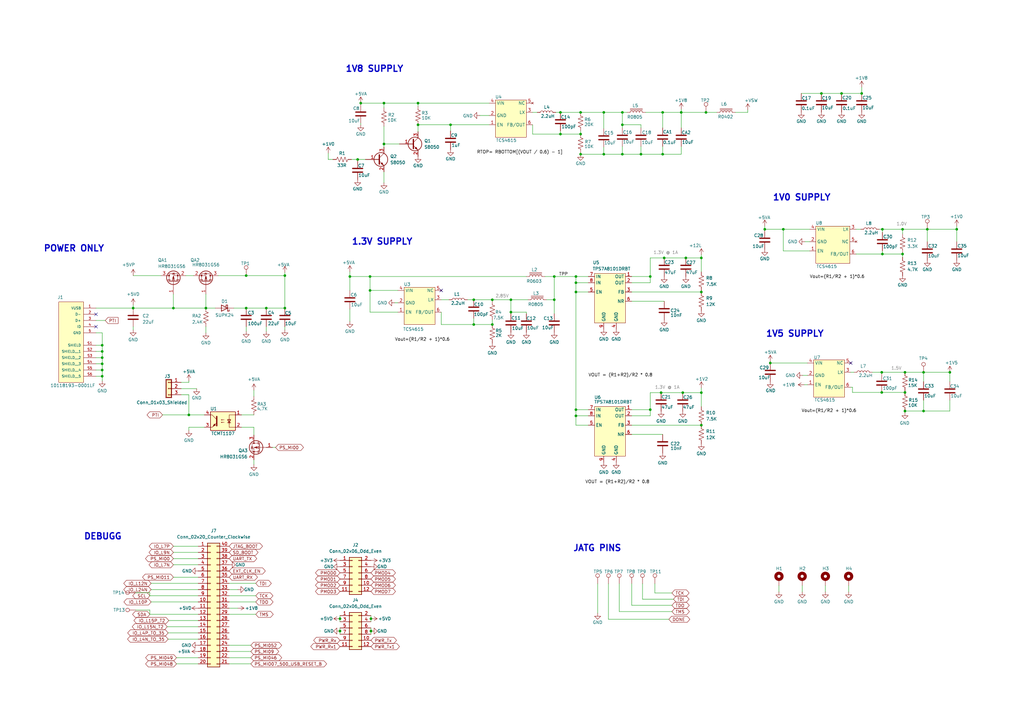
<source format=kicad_sch>
(kicad_sch (version 20231120) (generator "eeschema") (generator_version "8.0")
  (paper "A3")
  (junction (at 171.45 51.181))
  (junction (at 171.45 42.291))
  (junction (at 201.93 122.936))
  (junction (at 279.4 46.101))
  (junction (at 378.7902 152.7048))
  (junction (at 371.1702 152.7048))
  (junction (at 116.84 113.03))
  (junction (at 287.655 119.761))
  (junction (at 313.6646 94.0308))
  (junction (at 378.7902 168.5798))
  (junction (at 255.27 46.101))
  (junction (at 229.87 54.991))
  (junction (at 361.9246 104.1908))
  (junction (at 236.22 113.411))
  (junction (at 247.65 46.101))
  (junction (at 41.91 154.305))
  (junction (at 361.9246 94.0308))
  (junction (at 147.955 42.291))
  (junction (at 236.22 119.761))
  (junction (at 370.1796 104.1908))
  (junction (at 201.93 133.096))
  (junction (at 151.765 113.411))
  (junction (at 54.61 126.365))
  (junction (at 227.33 113.411))
  (junction (at 157.48 59.055))
  (junction (at 77.47 170.18))
  (junction (at 41.91 146.685))
  (junction (at 152.146 258.826))
  (junction (at 315.9252 148.8948))
  (junction (at 238.125 46.101))
  (junction (at 238.125 54.991))
  (junction (at 287.655 105.791))
  (junction (at 361.6452 152.7048))
  (junction (at 287.655 174.371))
  (junction (at 272.415 105.791))
  (junction (at 371.1702 160.9598))
  (junction (at 380.3396 94.0308))
  (junction (at 236.22 170.561))
  (junction (at 116.84 126.365))
  (junction (at 209.55 128.016))
  (junction (at 287.655 161.036))
  (junction (at 109.22 126.365))
  (junction (at 392.4046 94.0308))
  (junction (at 100.965 113.03))
  (junction (at 41.91 151.765))
  (junction (at 238.125 63.246))
  (junction (at 389.5852 152.7048))
  (junction (at 371.1702 168.5798))
  (junction (at 152.146 253.746))
  (junction (at 353.4156 38.3286))
  (junction (at 209.55 122.936))
  (junction (at 321.2846 94.0308))
  (junction (at 271.145 161.036))
  (junction (at 143.51 113.411))
  (junction (at 280.035 161.036))
  (junction (at 236.22 115.951))
  (junction (at 281.305 105.791))
  (junction (at 146.685 65.405))
  (junction (at 41.91 149.225))
  (junction (at 194.31 122.936))
  (junction (at 100.965 126.365))
  (junction (at 71.12 126.365))
  (junction (at 271.78 46.101))
  (junction (at 262.89 63.246))
  (junction (at 266.7 113.411))
  (junction (at 236.22 168.021))
  (junction (at 184.785 51.181))
  (junction (at 194.31 133.096))
  (junction (at 370.1796 94.0308))
  (junction (at 41.91 141.605))
  (junction (at 271.78 63.246))
  (junction (at 41.91 144.145))
  (junction (at 255.27 63.246))
  (junction (at 227.33 122.936))
  (junction (at 157.48 42.291))
  (junction (at 289.56 46.101))
  (junction (at 139.446 258.826))
  (junction (at 336.9056 38.3286))
  (junction (at 266.7 168.021))
  (junction (at 345.1606 38.3286))
  (junction (at 139.446 253.746))
  (junction (at 255.27 51.181))
  (junction (at 151.765 119.126))
  (junction (at 229.87 46.101))
  (junction (at 247.65 63.246))
  (junction (at 84.455 126.365))
  (junction (at 361.6452 160.9598))
  (no_connect (at 180.975 119.126))
  (no_connect (at 348.9452 148.8948))
  (no_connect (at 39.37 133.985))
  (no_connect (at 39.37 128.905))
  (wire (pts (xy 259.08 174.371) (xy 287.655 174.371)))
  (wire (pts (xy 306.705 45.085) (xy 306.705 46.101)))
  (wire (pts (xy 146.685 65.405) (xy 149.86 65.405)))
  (wire (pts (xy 313.6646 94.0308) (xy 313.6646 94.6658)))
  (wire (pts (xy 151.765 113.411) (xy 151.765 119.126)))
  (wire (pts (xy 39.37 149.225) (xy 41.91 149.225)))
  (wire (pts (xy 247.65 46.101) (xy 255.27 46.101)))
  (wire (pts (xy 229.87 46.101) (xy 238.125 46.101)))
  (wire (pts (xy 39.37 126.365) (xy 54.61 126.365)))
  (wire (pts (xy 249.555 239.395) (xy 249.555 254)))
  (wire (pts (xy 275.59 243.205) (xy 268.605 243.205)))
  (wire (pts (xy 361.9246 94.0308) (xy 370.1796 94.0308)))
  (wire (pts (xy 271.78 46.101) (xy 271.78 52.451)))
  (wire (pts (xy 319.4812 242.7224) (xy 319.4812 240.1824)))
  (wire (pts (xy 236.22 174.371) (xy 241.3 174.371)))
  (wire (pts (xy 264.795 46.101) (xy 271.78 46.101)))
  (wire (pts (xy 245.11 239.395) (xy 245.11 251.46)))
  (wire (pts (xy 236.22 113.411) (xy 236.22 115.951)))
  (wire (pts (xy 100.965 135.89) (xy 100.965 133.985)))
  (wire (pts (xy 236.22 170.561) (xy 236.22 174.371)))
  (wire (pts (xy 209.55 122.936) (xy 216.535 122.936)))
  (wire (pts (xy 171.45 51.181) (xy 184.785 51.181)))
  (wire (pts (xy 84.455 126.365) (xy 84.455 120.65)))
  (wire (pts (xy 370.1796 104.1908) (xy 370.1796 105.4608)))
  (wire (pts (xy 209.55 128.651) (xy 209.55 128.016)))
  (wire (pts (xy 345.1606 38.3286) (xy 353.4156 38.3286)))
  (wire (pts (xy 259.08 123.571) (xy 272.415 123.571)))
  (wire (pts (xy 99.06 175.26) (xy 104.14 175.26)))
  (wire (pts (xy 276.225 245.745) (xy 263.525 245.745)))
  (wire (pts (xy 279.4 46.101) (xy 279.4 52.451)))
  (wire (pts (xy 255.27 46.101) (xy 255.27 51.181)))
  (wire (pts (xy 223.52 113.411) (xy 227.33 113.411)))
  (wire (pts (xy 351.1296 104.1908) (xy 361.9246 104.1908)))
  (wire (pts (xy 238.125 46.101) (xy 247.65 46.101)))
  (wire (pts (xy 69.215 254.508) (xy 81.28 254.508)))
  (wire (pts (xy 93.98 269.748) (xy 102.87 269.748)))
  (wire (pts (xy 61.468 250.19) (xy 61.468 251.968)))
  (wire (pts (xy 262.89 63.246) (xy 255.27 63.246)))
  (wire (pts (xy 93.98 249.428) (xy 97.536 249.428)))
  (wire (pts (xy 61.468 243.078) (xy 55.626 243.078)))
  (wire (pts (xy 315.9252 148.2598) (xy 315.9252 148.8948)))
  (wire (pts (xy 157.48 42.291) (xy 171.45 42.291)))
  (wire (pts (xy 247.65 63.246) (xy 255.27 63.246)))
  (wire (pts (xy 180.975 122.936) (xy 184.15 122.936)))
  (wire (pts (xy 371.1702 168.5798) (xy 378.7902 168.5798)))
  (wire (pts (xy 360.6546 94.0308) (xy 361.9246 94.0308)))
  (wire (pts (xy 143.51 113.411) (xy 143.51 119.126)))
  (wire (pts (xy 180.975 133.096) (xy 180.975 128.016)))
  (wire (pts (xy 84.455 136.525) (xy 84.455 133.985)))
  (wire (pts (xy 370.1796 94.0308) (xy 370.1796 95.9358)))
  (wire (pts (xy 39.37 131.445) (xy 43.18 131.445)))
  (wire (pts (xy 144.145 65.405) (xy 146.685 65.405)))
  (wire (pts (xy 271.145 161.036) (xy 280.035 161.036)))
  (wire (pts (xy 255.27 51.181) (xy 255.27 52.451)))
  (wire (pts (xy 157.48 70.485) (xy 157.48 74.93)))
  (wire (pts (xy 289.56 46.101) (xy 294.005 46.101)))
  (wire (pts (xy 371.1702 160.9598) (xy 371.1702 160.3248)))
  (wire (pts (xy 236.22 115.951) (xy 241.3 115.951)))
  (wire (pts (xy 361.6452 152.7048) (xy 371.1702 152.7048)))
  (wire (pts (xy 287.655 111.506) (xy 287.655 105.791)))
  (wire (pts (xy 93.98 272.288) (xy 102.87 272.288)))
  (wire (pts (xy 81.28 272.288) (xy 72.39 272.288)))
  (wire (pts (xy 229.87 54.991) (xy 229.87 53.721)))
  (wire (pts (xy 353.4156 38.3286) (xy 353.4156 35.7886)))
  (wire (pts (xy 380.3396 94.0308) (xy 392.4046 94.0308)))
  (wire (pts (xy 238.125 63.246) (xy 238.125 62.611)))
  (wire (pts (xy 351.1296 94.0308) (xy 353.0346 94.0308)))
  (wire (pts (xy 77.47 175.26) (xy 83.82 175.26)))
  (wire (pts (xy 272.415 105.791) (xy 281.305 105.791)))
  (wire (pts (xy 259.08 119.761) (xy 287.655 119.761)))
  (wire (pts (xy 104.14 160.02) (xy 104.14 162.56)))
  (wire (pts (xy 349.6449 158.8008) (xy 349.6449 160.9598)))
  (wire (pts (xy 61.976 239.268) (xy 81.28 239.268)))
  (wire (pts (xy 236.22 170.561) (xy 241.3 170.561)))
  (wire (pts (xy 84.455 126.365) (xy 88.265 126.365)))
  (wire (pts (xy 157.48 59.055) (xy 163.83 59.055)))
  (wire (pts (xy 218.44 46.101) (xy 220.345 46.101)))
  (wire (pts (xy 104.14 170.18) (xy 99.06 170.18)))
  (wire (pts (xy 201.93 122.936) (xy 209.55 122.936)))
  (wire (pts (xy 171.45 42.291) (xy 200.66 42.291)))
  (wire (pts (xy 218.44 54.991) (xy 218.44 51.181)))
  (wire (pts (xy 255.27 51.181) (xy 262.89 51.181)))
  (wire (pts (xy 171.45 51.181) (xy 171.45 53.975)))
  (wire (pts (xy 89.535 113.03) (xy 100.965 113.03)))
  (wire (pts (xy 39.37 144.145) (xy 41.91 144.145)))
  (wire (pts (xy 236.22 119.761) (xy 241.3 119.761)))
  (wire (pts (xy 41.91 151.765) (xy 41.91 154.305)))
  (wire (pts (xy 361.6452 152.7048) (xy 361.6452 153.3398)))
  (wire (pts (xy 370.1796 104.1908) (xy 361.9246 104.1908)))
  (wire (pts (xy 389.5852 164.1348) (xy 389.5852 168.5798)))
  (wire (pts (xy 151.765 128.016) (xy 163.195 128.016)))
  (wire (pts (xy 184.785 51.181) (xy 184.785 53.721)))
  (wire (pts (xy 61.976 241.808) (xy 81.28 241.808)))
  (wire (pts (xy 41.91 149.225) (xy 41.91 151.765)))
  (wire (pts (xy 147.955 42.291) (xy 147.955 42.926)))
  (wire (pts (xy 93.98 267.208) (xy 102.87 267.208)))
  (wire (pts (xy 194.31 122.936) (xy 201.93 122.936)))
  (wire (pts (xy 338.5312 242.7224) (xy 338.5312 240.1824)))
  (wire (pts (xy 134.62 65.405) (xy 134.62 62.865)))
  (wire (pts (xy 104.14 190.5) (xy 104.14 188.595)))
  (wire (pts (xy 238.125 63.246) (xy 247.65 63.246)))
  (wire (pts (xy 71.12 224.028) (xy 81.28 224.028)))
  (wire (pts (xy 61.468 251.968) (xy 81.28 251.968)))
  (wire (pts (xy 254 239.395) (xy 254 250.825)))
  (wire (pts (xy 116.84 113.03) (xy 116.84 126.365)))
  (wire (pts (xy 201.93 122.936) (xy 201.93 123.571)))
  (wire (pts (xy 71.12 126.365) (xy 71.12 120.65)))
  (wire (pts (xy 328.6506 38.3286) (xy 336.9056 38.3286)))
  (wire (pts (xy 392.4046 94.0308) (xy 392.4046 99.1108)))
  (wire (pts (xy 41.91 146.685) (xy 41.91 149.225)))
  (wire (pts (xy 227.33 113.411) (xy 236.22 113.411)))
  (wire (pts (xy 77.47 156.21) (xy 77.47 156.845)))
  (wire (pts (xy 224.155 122.936) (xy 227.33 122.936)))
  (wire (pts (xy 39.37 154.305) (xy 41.91 154.305)))
  (wire (pts (xy 39.37 141.605) (xy 41.91 141.605)))
  (wire (pts (xy 238.125 53.721) (xy 238.125 54.991)))
  (wire (pts (xy 227.965 46.101) (xy 229.87 46.101)))
  (wire (pts (xy 389.5852 152.7048) (xy 389.5852 156.5148)))
  (wire (pts (xy 262.89 60.071) (xy 262.89 63.246)))
  (wire (pts (xy 152.146 252.476) (xy 152.146 253.746)))
  (wire (pts (xy 151.765 113.411) (xy 215.9 113.411)))
  (wire (pts (xy 287.655 119.126) (xy 287.655 119.761)))
  (wire (pts (xy 39.37 151.765) (xy 41.91 151.765)))
  (wire (pts (xy 39.37 146.685) (xy 41.91 146.685)))
  (wire (pts (xy 313.6646 92.7608) (xy 313.6646 94.0308)))
  (wire (pts (xy 152.146 253.746) (xy 152.146 255.016)))
  (wire (pts (xy 249.555 254) (xy 274.32 254)))
  (wire (pts (xy 266.7 161.036) (xy 271.145 161.036)))
  (wire (pts (xy 113.03 183.515) (xy 111.76 183.515)))
  (wire (pts (xy 259.08 113.411) (xy 266.7 113.411)))
  (wire (pts (xy 180.975 133.096) (xy 194.31 133.096)))
  (wire (pts (xy 287.655 161.036) (xy 280.035 161.036)))
  (wire (pts (xy 61.468 244.348) (xy 81.28 244.348)))
  (wire (pts (xy 41.91 144.145) (xy 41.91 146.685)))
  (wire (pts (xy 77.47 156.845) (xy 74.295 156.845)))
  (wire (pts (xy 39.37 136.525) (xy 41.91 136.525)))
  (wire (pts (xy 315.9252 148.8948) (xy 331.1652 148.8948)))
  (wire (pts (xy 287.655 161.036) (xy 287.655 166.751)))
  (wire (pts (xy 392.4046 92.7608) (xy 392.4046 94.0308)))
  (wire (pts (xy 370.1796 94.0308) (xy 380.3396 94.0308)))
  (wire (pts (xy 255.27 46.101) (xy 257.175 46.101)))
  (wire (pts (xy 61.468 250.19) (xy 55.626 250.19)))
  (wire (pts (xy 83.82 170.18) (xy 77.47 170.18)))
  (wire (pts (xy 279.4 44.831) (xy 279.4 46.101)))
  (wire (pts (xy 287.655 104.521) (xy 287.655 105.791)))
  (wire (pts (xy 100.965 126.365) (xy 109.22 126.365)))
  (wire (pts (xy 77.47 170.18) (xy 66.675 170.18)))
  (wire (pts (xy 361.9246 94.0308) (xy 361.9246 95.3008)))
  (wire (pts (xy 247.65 46.101) (xy 247.65 52.705)))
  (wire (pts (xy 209.55 122.936) (xy 209.55 128.016)))
  (wire (pts (xy 266.7 115.951) (xy 266.7 113.411)))
  (wire (pts (xy 209.55 128.016) (xy 215.9 128.016)))
  (wire (pts (xy 97.536 241.808) (xy 93.98 241.808)))
  (wire (pts (xy 201.93 131.191) (xy 201.93 133.096)))
  (wire (pts (xy 116.84 113.03) (xy 100.965 113.03)))
  (wire (pts (xy 266.7 113.411) (xy 266.7 105.791)))
  (wire (pts (xy 139.446 252.476) (xy 139.446 253.746)))
  (wire (pts (xy 95.885 126.365) (xy 100.965 126.365)))
  (wire (pts (xy 41.91 154.305) (xy 41.91 156.21)))
  (wire (pts (xy 152.146 257.556) (xy 152.146 258.826)))
  (wire (pts (xy 157.48 51.816) (xy 157.48 59.055)))
  (wire (pts (xy 266.7 161.036) (xy 266.7 168.021)))
  (wire (pts (xy 380.3396 94.0308) (xy 380.3396 99.1108)))
  (wire (pts (xy 71.12 126.365) (xy 84.455 126.365)))
  (wire (pts (xy 275.59 250.825) (xy 254 250.825)))
  (wire (pts (xy 329.2602 153.9748) (xy 331.1652 153.9748)))
  (wire (pts (xy 143.51 111.506) (xy 143.51 113.411)))
  (wire (pts (xy 196.85 47.371) (xy 200.66 47.371)))
  (wire (pts (xy 361.9246 102.9208) (xy 361.9246 104.1908)))
  (wire (pts (xy 378.7902 152.7048) (xy 389.5852 152.7048)))
  (wire (pts (xy 287.655 159.131) (xy 287.655 161.036)))
  (wire (pts (xy 321.2846 94.0308) (xy 321.2846 102.9208)))
  (wire (pts (xy 54.61 126.365) (xy 71.12 126.365)))
  (wire (pts (xy 259.08 168.021) (xy 266.7 168.021)))
  (wire (pts (xy 313.6646 94.0308) (xy 321.2846 94.0308)))
  (wire (pts (xy 151.765 119.126) (xy 163.195 119.126)))
  (wire (pts (xy 81.28 269.748) (xy 72.39 269.748)))
  (wire (pts (xy 236.22 115.951) (xy 236.22 119.761)))
  (wire (pts (xy 77.47 161.925) (xy 77.47 170.18)))
  (wire (pts (xy 194.31 130.556) (xy 194.31 133.096)))
  (wire (pts (xy 151.765 119.126) (xy 151.765 128.016)))
  (wire (pts (xy 171.45 42.291) (xy 171.45 43.561)))
  (wire (pts (xy 287.655 105.791) (xy 281.305 105.791)))
  (wire (pts (xy 236.22 168.021) (xy 236.22 170.561)))
  (wire (pts (xy 259.08 170.561) (xy 266.7 170.561)))
  (wire (pts (xy 71.12 229.108) (xy 81.28 229.108)))
  (wire (pts (xy 378.7902 152.7048) (xy 378.7902 156.5148)))
  (wire (pts (xy 259.08 239.395) (xy 259.08 248.285)))
  (wire (pts (xy 236.22 119.761) (xy 236.22 168.021)))
  (wire (pts (xy 321.2846 94.0308) (xy 332.0796 94.0308)))
  (wire (pts (xy 139.446 258.826) (xy 139.446 260.096)))
  (wire (pts (xy 54.61 113.03) (xy 66.04 113.03)))
  (wire (pts (xy 184.785 51.181) (xy 200.66 51.181)))
  (wire (pts (xy 321.2846 102.9208) (xy 332.0796 102.9208)))
  (wire (pts (xy 104.14 175.26) (xy 104.14 178.435)))
  (wire (pts (xy 76.2 113.03) (xy 79.375 113.03)))
  (wire (pts (xy 61.468 243.078) (xy 61.468 244.348)))
  (wire (pts (xy 227.33 128.651) (xy 227.33 122.936)))
  (wire (pts (xy 266.7 105.791) (xy 272.415 105.791)))
  (wire (pts (xy 271.78 60.071) (xy 271.78 63.246)))
  (wire (pts (xy 41.91 136.525) (xy 41.91 141.605)))
  (wire (pts (xy 349.6449 160.9598) (xy 361.6452 160.9598)))
  (wire (pts (xy 54.61 125.095) (xy 54.61 126.365)))
  (wire (pts (xy 93.98 264.668) (xy 102.87 264.668)))
  (wire (pts (xy 68.961 259.588) (xy 81.28 259.588)))
  (wire (pts (xy 77.47 161.925) (xy 74.295 161.925)))
  (wire (pts (xy 348.0562 242.7224) (xy 348.0562 240.1824)))
  (wire (pts (xy 77.47 176.53) (xy 77.47 175.26)))
  (wire (pts (xy 93.98 246.888) (xy 104.902 246.888)))
  (wire (pts (xy 357.8352 152.7048) (xy 361.6452 152.7048)))
  (wire (pts (xy 247.65 60.325) (xy 247.65 63.246)))
  (wire (pts (xy 329.8952 157.7848) (xy 331.1652 157.7848)))
  (wire (pts (xy 68.961 262.128) (xy 81.28 262.128)))
  (wire (pts (xy 266.7 168.021) (xy 266.7 170.561)))
  (wire (pts (xy 191.77 122.936) (xy 194.31 122.936)))
  (wire (pts (xy 371.1702 168.5798) (xy 371.1702 169.2148)))
  (wire (pts (xy 306.705 46.101) (xy 301.625 46.101)))
  (wire (pts (xy 361.6452 160.9598) (xy 371.1702 160.9598)))
  (wire (pts (xy 332.0796 99.1108) (xy 330.1746 99.1108)))
  (wire (pts (xy 71.12 226.568) (xy 81.28 226.568)))
  (wire (pts (xy 93.98 251.968) (xy 104.902 251.968)))
  (wire (pts (xy 371.1702 152.7048) (xy 378.7902 152.7048)))
  (wire (pts (xy 263.525 245.745) (xy 263.525 239.395)))
  (wire (pts (xy 109.22 135.89) (xy 109.22 133.985)))
  (wire (pts (xy 147.955 42.291) (xy 157.48 42.291)))
  (wire (pts (xy 139.446 253.746) (xy 139.446 255.016)))
  (wire (pts (xy 194.31 133.096) (xy 201.93 133.096)))
  (wire (pts (xy 218.44 54.991) (xy 229.87 54.991)))
  (wire (pts (xy 348.9452 152.7048) (xy 350.2152 152.7048)))
  (wire (pts (xy 147.955 50.546) (xy 147.955 51.181)))
  (wire (pts (xy 93.98 239.268) (xy 104.902 239.268)))
  (wire (pts (xy 336.9056 38.3286) (xy 345.1606 38.3286)))
  (wire (pts (xy 229.87 54.991) (xy 238.125 54.991)))
  (wire (pts (xy 227.33 113.411) (xy 227.33 122.936)))
  (wire (pts (xy 134.62 65.405) (xy 136.525 65.405)))
  (wire (pts (xy 139.446 257.556) (xy 139.446 258.826)))
  (wire (pts (xy 74.295 159.385) (xy 80.645 159.385)))
  (wire (pts (xy 116.84 133.985) (xy 116.84 135.255)))
  (wire (pts (xy 146.685 65.405) (xy 146.685 66.04)))
  (wire (pts (xy 259.08 115.951) (xy 266.7 115.951)))
  (wire (pts (xy 54.61 135.255) (xy 54.61 133.985)))
  (wire (pts (xy 259.08 178.181) (xy 271.78 178.181)))
  (wire (pts (xy 109.22 126.365) (xy 116.84 126.365)))
  (wire (pts (xy 236.22 168.021) (xy 241.3 168.021)))
  (wire (pts (xy 279.4 60.071) (xy 279.4 63.246)))
  (wire (pts (xy 71.12 236.728) (xy 81.28 236.728)))
  (wire (pts (xy 262.89 51.181) (xy 262.89 52.451)))
  (wire (pts (xy 143.51 131.826) (xy 143.51 126.746)))
  (wire (pts (xy 215.9 128.016) (xy 215.9 128.651)))
  (wire (pts (xy 255.27 60.071) (xy 255.27 63.246)))
  (wire (pts (xy 71.12 231.648) (xy 81.28 231.648)))
  (wire (pts (xy 236.22 113.411) (xy 241.3 113.411)))
  (wire (pts (xy 93.98 244.348) (xy 104.902 244.348)))
  (wire (pts (xy 41.91 141.605) (xy 41.91 144.145)))
  (wire (pts (xy 157.48 42.291) (xy 157.48 44.196)))
  (wire (pts (xy 152.146 258.826) (xy 152.146 260.096)))
  (wire (pts (xy 268.605 239.395) (xy 268.605 243.205)))
  (wire (pts (xy 161.925 124.206) (xy 163.195 124.206)))
  (wire (pts (xy 329.0062 242.7224) (xy 329.0062 240.1824)))
  (wire (pts (xy 370.1796 103.5558) (xy 370.1796 104.1908)))
  (wire (pts (xy 348.9452 158.8008) (xy 349.6449 158.8008)))
  (wire (pts (xy 275.59 248.285) (xy 259.08 248.285)))
  (wire (pts (xy 143.51 113.411) (xy 151.765 113.411)))
  (wire (pts (xy 61.976 246.888) (xy 81.28 246.888)))
  (wire (pts (xy 262.89 63.246) (xy 271.78 63.246)))
  (wire (pts (xy 378.7902 164.1348) (xy 378.7902 168.5798)))
  (wire (pts (xy 68.58 257.048) (xy 81.28 257.048)))
  (wire (pts (xy 116.84 111.76) (xy 116.84 113.03)))
  (wire (pts (xy 389.5852 168.5798) (xy 378.7902 168.5798)))
  (wire (pts (xy 271.78 46.101) (xy 279.4 46.101)))
  (wire (pts (xy 279.4 46.101) (xy 289.56 46.101)))
  (wire (pts (xy 279.4 63.246) (xy 271.78 63.246)))
  (wire (pts (xy 157.48 59.055) (xy 157.48 60.325)))
  (text "1.3V @ 1A\n" (at 268.605 159.766 0) (effects (font (size 1.27 1.27)) (justify left bottom)))
  (text "RTOP= RBOTTOM[(VOUT / 0.6) - 1]" (at 195.58 63.246 0) (effects (font (size 1.27 1.27)) (justify left bottom)))
  (text "POWER ONLY" (at 17.78 103.505 0) (effects (font (size 2.54 2.54) (bold yes)) (justify left bottom)))
  (text "1V0 SUPPLY" (at 316.8396 82.6008 0) (effects (font (size 2.54 2.54) (thickness 0.508) (bold yes)) (justify left bottom)))
  (text "DEBUGG\n" (at 34.29 221.615 0) (effects (font (size 2.54 2.54) (thickness 0.508) (bold yes)) (justify left bottom)))
  (text "1.0V\n" (at 367.6396 92.7608 0) (effects (font (size 1.27 1.27)) (justify left bottom)))
  (text "1.3V @ 1A\n" (at 267.97 104.521 0) (effects (font (size 1.27 1.27)) (justify left bottom)))
  (text "JATG PINS\n " (at 234.95 230.505 0) (effects (font (size 2.54 2.54) (thickness 0.508) (bold yes)) (justify left bottom)))
  (text "Vout=(R1/R2 + 1)*0.6\n" (at 332.0796 114.3508 0) (effects (font (size 1.27 1.27)) (justify left bottom)))
  (text "2.85V\n" (at 203.2 122.301 0) (effects (font (size 1.27 1.27)) (justify left bottom)))
  (text "1V8 SUPPLY" (at 141.605 29.845 0) (effects (font (size 2.54 2.54) (thickness 0.508) (bold yes)) (justify left bottom)))
  (text "1.3V SUPPLY" (at 144.145 100.711 0) (effects (font (size 2.54 2.54) (thickness 0.508) (bold yes)) (justify left bottom)))
  (text "VOUT = (R1+R2)/R2 * 0.8\n" (at 241.3 154.686 0) (effects (font (size 1.27 1.27)) (justify left bottom)))
  (text "Vout=(R1/R2 + 1)*0.6\n" (at 161.925 140.081 0) (effects (font (size 1.27 1.27)) (justify left bottom)))
  (text "Vout=(R1/R2 + 1)*0.6\n" (at 328.7129 169.328 0) (effects (font (size 1.27 1.27)) (justify left bottom)))
  (text "1V5 SUPPLY" (at 314.0202 138.4808 0) (effects (font (size 2.54 2.54) (thickness 0.508) (bold yes)) (justify left bottom)))
  (text "VOUT = (R1+R2)/R2 * 0.8\n" (at 240.03 198.501 0) (effects (font (size 1.27 1.27)) (justify left bottom)))
  (text "1.5V\n" (at 365.4986 151.9413 0) (effects (font (size 1.27 1.27)) (justify left bottom)))
  (label "TPP" (at 229.235 113.411 0))
  (global_label "TMS" (shape bidirectional) (at 104.902 251.968 0) (property "Intersheetrefs" "${INTERSHEET_REFS}" (effects (hide yes))))
  (global_label "IO_L7P" (shape bidirectional) (at 71.12 224.028 180) (property "Intersheetrefs" "${INTERSHEET_REFS}" (effects (hide yes))))
  (global_label "PS_MI052" (shape bidirectional) (at 102.87 264.668 0) (property "Intersheetrefs" "${INTERSHEET_REFS}" (effects (hide yes))))
  (global_label "PS_MI09" (shape bidirectional) (at 102.87 267.208 0) (property "Intersheetrefs" "${INTERSHEET_REFS}" (effects (hide yes))))
  (global_label "IO_L15N_T2" (shape bidirectional) (at 68.58 257.048 180) (property "Intersheetrefs" "${INTERSHEET_REFS}" (effects (hide yes))))
  (global_label "PMOD5" (shape bidirectional) (at 152.146 237.49 0) (property "Intersheetrefs" "${INTERSHEET_REFS}" (effects (hide yes))))
  (global_label "TDI" (shape bidirectional) (at 276.225 245.745 0) (property "Intersheetrefs" "${INTERSHEET_REFS}" (effects (hide yes))))
  (global_label "TCK" (shape bidirectional) (at 104.902 244.348 0) (property "Intersheetrefs" "${INTERSHEET_REFS}" (effects (hide yes))))
  (global_label "PMOD7" (shape bidirectional) (at 152.146 242.57 0) (property "Intersheetrefs" "${INTERSHEET_REFS}" (effects (hide yes))))
  (global_label "PMOD3" (shape bidirectional) (at 139.446 242.57 180) (property "Intersheetrefs" "${INTERSHEET_REFS}" (effects (hide yes))))
  (global_label "PS_MI049" (shape bidirectional) (at 72.39 269.748 180) (property "Intersheetrefs" "${INTERSHEET_REFS}" (effects (hide yes))))
  (global_label "TMS" (shape bidirectional) (at 275.59 250.825 0) (property "Intersheetrefs" "${INTERSHEET_REFS}" (effects (hide yes))))
  (global_label "SCL" (shape bidirectional) (at 61.468 244.348 180) (property "Intersheetrefs" "${INTERSHEET_REFS}" (effects (hide yes))))
  (global_label "PWR_Rx1" (shape bidirectional) (at 139.446 265.176 180) (property "Intersheetrefs" "${INTERSHEET_REFS}" (effects (hide yes))))
  (global_label "PMOD0" (shape bidirectional) (at 139.446 234.95 180) (property "Intersheetrefs" "${INTERSHEET_REFS}" (effects (hide yes))))
  (global_label "IO_L12N" (shape bidirectional) (at 61.976 239.268 180) (property "Intersheetrefs" "${INTERSHEET_REFS}" (effects (hide yes))))
  (global_label "PS_MIO07_500_USB_RESET_B" (shape bidirectional) (at 102.87 272.288 0) (property "Intersheetrefs" "${INTERSHEET_REFS}" (effects (hide yes))))
  (global_label "DONE" (shape bidirectional) (at 274.32 254 0) (property "Intersheetrefs" "${INTERSHEET_REFS}" (effects (hide yes))))
  (global_label "PMOD1" (shape bidirectional) (at 139.446 237.49 180) (property "Intersheetrefs" "${INTERSHEET_REFS}" (effects (hide yes))))
  (global_label "UART_TX" (shape bidirectional) (at 93.98 229.108 0) (property "Intersheetrefs" "${INTERSHEET_REFS}" (effects (hide yes))))
  (global_label "IO_L9N" (shape bidirectional) (at 71.12 226.568 180) (property "Intersheetrefs" "${INTERSHEET_REFS}" (effects (hide yes))))
  (global_label "IO_L10P" (shape bidirectional) (at 61.976 246.888 180) (property "Intersheetrefs" "${INTERSHEET_REFS}" (effects (hide yes))))
  (global_label "IO_L7N" (shape bidirectional) (at 71.12 231.648 180) (property "Intersheetrefs" "${INTERSHEET_REFS}" (effects (hide yes))))
  (global_label "SD_BOOT" (shape bidirectional) (at 93.98 226.568 0) (property "Intersheetrefs" "${INTERSHEET_REFS}" (effects (hide yes))))
  (global_label "IO_L4N_TO_35" (shape bidirectional) (at 68.961 262.128 180) (property "Intersheetrefs" "${INTERSHEET_REFS}" (effects (hide yes))))
  (global_label "PTI" (shape bidirectional) (at 66.675 170.18 180) (property "Intersheetrefs" "${INTERSHEET_REFS}" (effects (hide yes))))
  (global_label "TDO" (shape bidirectional) (at 104.902 246.888 0) (property "Intersheetrefs" "${INTERSHEET_REFS}" (effects (hide yes))))
  (global_label "PWR_Tx" (shape bidirectional) (at 152.146 262.636 0) (property "Intersheetrefs" "${INTERSHEET_REFS}" (effects (hide yes))))
  (global_label "PWR_Tx1" (shape bidirectional) (at 152.146 265.176 0) (property "Intersheetrefs" "${INTERSHEET_REFS}" (effects (hide yes))))
  (global_label "PS_MI00" (shape bidirectional) (at 71.12 229.108 180) (property "Intersheetrefs" "${INTERSHEET_REFS}" (effects (hide yes))))
  (global_label "SDA" (shape bidirectional) (at 61.468 251.968 180) (property "Intersheetrefs" "${INTERSHEET_REFS}" (effects (hide yes))))
  (global_label "PS_MI00" (shape bidirectional) (at 113.03 183.515 0) (property "Intersheetrefs" "${INTERSHEET_REFS}" (effects (hide yes))))
  (global_label "IO_L24N" (shape bidirectional) (at 61.976 241.808 180) (property "Intersheetrefs" "${INTERSHEET_REFS}" (effects (hide yes))))
  (global_label "PMOD6" (shape bidirectional) (at 152.146 240.03 0) (property "Intersheetrefs" "${INTERSHEET_REFS}" (effects (hide yes))))
  (global_label "IO_L4P_TO_35" (shape bidirectional) (at 68.961 259.588 180) (property "Intersheetrefs" "${INTERSHEET_REFS}" (effects (hide yes))))
  (global_label "PS_MI048" (shape bidirectional) (at 72.39 272.288 180) (property "Intersheetrefs" "${INTERSHEET_REFS}" (effects (hide yes))))
  (global_label "PTI" (shape input) (at 43.18 131.445 0) (property "Intersheetrefs" "${INTERSHEET_REFS}" (effects (hide yes))))
  (global_label "TDI" (shape bidirectional) (at 104.902 239.268 0) (property "Intersheetrefs" "${INTERSHEET_REFS}" (effects (hide yes))))
  (global_label "UART_RX" (shape bidirectional) (at 93.98 236.728 0) (property "Intersheetrefs" "${INTERSHEET_REFS}" (effects (hide yes))))
  (global_label "JTAG_BOOT" (shape bidirectional) (at 93.98 224.028 0) (property "Intersheetrefs" "${INTERSHEET_REFS}" (effects (hide yes))))
  (global_label "PWR_Rx" (shape bidirectional) (at 139.446 262.636 180) (property "Intersheetrefs" "${INTERSHEET_REFS}" (effects (hide yes))))
  (global_label "PMOD2" (shape bidirectional) (at 139.446 240.03 180) (property "Intersheetrefs" "${INTERSHEET_REFS}" (effects (hide yes))))
  (global_label "TDO" (shape bidirectional) (at 275.59 248.285 0) (property "Intersheetrefs" "${INTERSHEET_REFS}" (effects (hide yes))))
  (global_label "PS_MI011" (shape bidirectional) (at 71.12 236.728 180) (property "Intersheetrefs" "${INTERSHEET_REFS}" (effects (hide yes))))
  (global_label "PS_MI046" (shape bidirectional) (at 102.87 269.748 0) (property "Intersheetrefs" "${INTERSHEET_REFS}" (effects (hide yes))))
  (global_label "IO_L15P_T2" (shape bidirectional) (at 69.215 254.508 180) (property "Intersheetrefs" "${INTERSHEET_REFS}" (effects (hide yes))))
  (global_label "TCK" (shape bidirectional) (at 275.59 243.205 0) (property "Intersheetrefs" "${INTERSHEET_REFS}" (effects (hide yes))))
  (global_label "EXT_CLK_EN" (shape bidirectional) (at 93.98 234.188 0) (property "Intersheetrefs" "${INTERSHEET_REFS}" (effects (hide yes))))
  (global_label "PMOD4" (shape bidirectional) (at 152.146 234.95 0) (property "Intersheetrefs" "${INTERSHEET_REFS}" (effects (hide yes))))
  (symbol (lib_id "Device:C") (at 353.4156 42.1386 0) (unit 1)
    (property "Reference" "C25" (at 353.6696 40.1066 0) (effects (justify left)))
    (property "Value" "10uF" (at 353.6696 44.1706 0) (effects (justify left)))
    (property "Footprint" "Capacitor_SMD:C_0603_1608Metric_Pad1.08x0.95mm_HandSolder" (effects (hide yes)))
  )
  (symbol (lib_id "Device:C") (at 389.5852 160.3248 0) (unit 1)
    (property "Reference" "C34" (at 389.5852 158.4198 0) (effects (justify left)))
    (property "Value" "10uF" (at 389.8392 162.3568 0) (effects (justify left)))
    (property "Footprint" "Capacitor_SMD:C_0603_1608Metric_Pad1.08x0.95mm_HandSolder" (effects (hide yes)))
  )
  (symbol (lib_name "GND_1") (lib_id "power:GND") (at 271.145 168.656 0) (unit 1)
    (property "Reference" "#PWR047" (effects (hide yes)))
    (property "Value" "GND" (at 271.145 172.72 0))
  )
  (symbol (lib_name "GND_1") (lib_id "power:GND") (at 371.1702 169.2148 0) (unit 1)
    (property "Reference" "#PWR073" (effects (hide yes)))
    (property "Value" "GND" (at 371.0432 173.5328 0))
  )
  (symbol (lib_id "10118193-0001LF:10118193-0001LF") (at 29.21 133.985 0) (mirror y) (unit 1)
    (property "Reference" "J1" (at 24.765 121.92 0))
    (property "Value" "10118193-0001LF" (at 29.845 158.115 0))
    (property "Footprint" "Libraries:AMPHENOL_10118193-0001LF" (effects (hide yes)))
    (property "PARTREV" "E" (effects (hide yes)))
    (property "MANUFACTURER" "Amphenol FCI" (effects (hide yes)))
    (property "MAXIMUM_PACKAGE_HEIGHT" "2.55 mm" (effects (hide yes)))
    (property "STANDARD" "Manufacturer Recommendations" (effects (hide yes)))
  )
  (symbol (lib_id "Device:R_US") (at 370.1796 109.2708 0) (unit 1)
    (property "Reference" "R13" (at 372.0846 108.0008 0) (effects (justify left)))
    (property "Value" "4.7K" (at 372.0846 110.5408 0) (effects (justify left)))
    (property "Footprint" "Resistor_SMD:R_0402_1005Metric_Pad0.72x0.64mm_HandSolder" (effects (hide yes)))
  )
  (symbol (lib_id "Device:L_Iron") (at 219.71 113.411 90) (unit 1)
    (property "Reference" "L2" (at 219.202 110.617 90))
    (property "Value" "R0603" (at 219.075 115.316 90))
    (property "Footprint" "Inductor_SMD:L_0603_1608Metric_Pad1.05x0.95mm_HandSolder" (effects (hide yes)))
  )
  (symbol (lib_name "GND_1") (lib_id "power:GND") (at 157.48 74.93 0) (unit 1)
    (property "Reference" "#PWR029" (effects (hide yes)))
    (property "Value" "GND" (at 157.48 78.74 0))
  )
  (symbol (lib_id "Device:L_Iron") (at 220.345 122.936 90) (unit 1)
    (property "Reference" "L3" (at 219.837 120.269 90))
    (property "Value" "R0805" (at 219.71 124.841 90))
    (property "Footprint" "Inductor_SMD:L_0805_2012Metric_Pad1.05x1.20mm_HandSolder" (effects (hide yes)))
  )
  (symbol (lib_id "power:+5VP") (at 54.61 113.03 0) (unit 1)
    (property "Reference" "#PWR03" (effects (hide yes)))
    (property "Value" "+5VP" (at 52.705 108.585 0))
  )
  (symbol (lib_name "SOT23_MOSFET_1") (lib_id "PLUTOX_SDR SCH LIB 2:SOT23_MOSFET") (at 104.14 183.515 90) (mirror x) (unit 1)
    (property "Reference" "QA3" (at 99.695 184.785 90))
    (property "Value" "HR8031GS6" (at 95.885 187.325 90))
    (property "Footprint" "Libraries:HR8031GS6" (effects (hide yes)))
  )
  (symbol (lib_id "Device:R_US") (at 371.1702 156.5148 0) (unit 1)
    (property "Reference" "R14" (at 372.4993 155.8676 0) (effects (justify left)))
    (property "Value" "15K" (at 372.3914 158.068 0) (effects (justify left)))
    (property "Footprint" "Resistor_SMD:R_0402_1005Metric_Pad0.72x0.64mm_HandSolder" (effects (hide yes)))
  )
  (symbol (lib_id "Connector:TestPoint") (at 100.965 113.03 0) (unit 1)
    (property "Reference" "TP1" (at 98.806 108.077 0) (effects (justify left)))
    (property "Value" "TestPoint" (effects (hide yes)))
    (property "Footprint" "TestPoint:TestPoint_Pad_D1.0mm" (effects (hide yes)))
  )
  (symbol (lib_name "GND_1") (lib_id "power:GND") (at 330.1746 99.1108 270) (unit 1)
    (property "Reference" "#PWR068" (effects (hide yes)))
    (property "Value" "GND" (at 325.0946 99.1108 90))
  )
  (symbol (lib_name "+5VA_4") (lib_id "power:+5VA") (at 77.47 156.21 0) (mirror y) (unit 1)
    (property "Reference" "#PWR012" (effects (hide yes)))
    (property "Value" "+5VA" (at 77.47 152.4 0))
  )
  (symbol (lib_id "Connector_Generic:Conn_02x20_Counter_Clockwise") (at 86.36 246.888 0) (unit 1)
    (property "Reference" "J7" (at 87.63 217.678 0))
    (property "Value" "Conn_02x20_Counter_Clockwise" (at 87.63 220.218 0))
    (property "Footprint" "Connector_PinSocket_2.54mm:PinSocket_2x20_P2.54mm_Vertical" (effects (hide yes)))
    (property "Description" "Generic connector, double row, 02x20, counter clockwise pin numbering scheme (similar to DIP package numbering), script generated (kicad-library-utils/schlib/autogen/connector/)" (effects (hide yes)))
  )
  (symbol (lib_name "GND_1") (lib_id "power:GND") (at 209.55 136.271 0) (unit 1)
    (property "Reference" "#PWR036" (effects (hide yes)))
    (property "Value" "GND" (at 209.55 140.335 0))
  )
  (symbol (lib_id "power:+5VD") (at 139.446 253.746 90) (unit 1)
    (property "Reference" "#PWR06" (effects (hide yes)))
    (property "Value" "+5VD" (at 133.858 253.746 90))
  )
  (symbol (lib_id "Device:L") (at 356.8446 94.0308 90) (unit 1)
    (property "Reference" "L8" (at 356.3366 91.6178 90))
    (property "Value" "2.2uH" (at 357.3526 95.4278 90))
    (property "Footprint" "Inductor_SMD:L_0603_1608Metric_Pad1.05x0.95mm_HandSolder" (effects (hide yes)))
  )
  (symbol (lib_id "Transistor_BJT:2N3055") (at 168.91 59.055 0) (unit 1)
    (property "Reference" "Q1" (at 173.99 57.785 0) (effects (justify left)))
    (property "Value" "S8050" (at 173.99 60.325 0) (effects (justify left)))
    (property "Footprint" "Package_TO_SOT_SMD:SOT-23" (effects (hide yes)))
    (property "Datasheet" "http://www.onsemi.com/pub_link/Collateral/2N3055-D.PDF" (effects (hide yes)))
  )
  (symbol (lib_id "power:+12L") (at 287.655 104.521 0) (unit 1)
    (property "Reference" "#PWR056" (effects (hide yes)))
    (property "Value" "+12L" (at 282.575 100.711 0) (effects (justify left)))
  )
  (symbol (lib_id "Mechanical:MountingHole_Pad") (at 329.0062 237.6424 0) (unit 1)
    (property "Reference" "H2" (at 327.7362 233.1974 0) (effects (justify left)))
    (property "Value" "MountingHole_Pad" (effects (hide yes)))
    (property "Footprint" "MountingHole:MountingHole_2.5mm_Pad" (effects (hide yes)))
  )
  (symbol (lib_id "Mechanical:MountingHole_Pad") (at 348.0562 237.6424 0) (unit 1)
    (property "Reference" "H4" (at 346.7862 233.1974 0) (effects (justify left)))
    (property "Value" "MountingHole_Pad" (effects (hide yes)))
    (property "Footprint" "MountingHole:MountingHole_2.5mm_Pad" (effects (hide yes)))
  )
  (symbol (lib_id "Connector:TestPoint") (at 263.525 239.395 0) (unit 1)
    (property "Reference" "TP9" (at 261.366 234.442 0) (effects (justify left)))
    (property "Value" "TestPoint" (effects (hide yes)))
    (property "Footprint" "TestPoint:TestPoint_Pad_D1.0mm" (effects (hide yes)))
  )
  (symbol (lib_id "Isolator:TCMT1107") (at 91.44 172.72 0) (mirror y) (unit 1)
    (property "Reference" "U1" (at 87.63 167.64 0))
    (property "Value" "TCMT1107" (at 91.44 177.8 0))
    (property "Footprint" "Package_SO:SOP-4_4.4x2.6mm_P1.27mm" (effects (hide yes)))
    (property "Datasheet" "http://www.vishay.com/docs/83510/tcmt1100.pdf" (effects (hide yes)))
  )
  (symbol (lib_name "+5VA_15") (lib_id "power:+5VA") (at 147.955 42.291 0) (unit 1)
    (property "Reference" "#PWR025" (effects (hide yes)))
    (property "Value" "+5VA" (at 147.955 38.481 0))
  )
  (symbol (lib_id "Device:C") (at 380.3396 102.9208 0) (unit 1)
    (property "Reference" "C32" (at 380.5936 100.8888 0) (effects (justify left)))
    (property "Value" "10uF" (at 380.5936 104.9528 0) (effects (justify left)))
    (property "Footprint" "Capacitor_SMD:C_0603_1608Metric_Pad1.08x0.95mm_HandSolder" (effects (hide yes)))
  )
  (symbol (lib_name "GND_1") (lib_id "power:GND") (at 272.415 113.411 0) (unit 1)
    (property "Reference" "#PWR049" (effects (hide yes)))
    (property "Value" "GND" (at 272.415 117.475 0))
  )
  (symbol (lib_name "TCS4615_2") (lib_id "PLUTOX_SDR SCH LIB:TCS4615") (at 337.5152 153.9748 0) (unit 1)
    (property "Reference" "U7" (at 335.1022 146.6088 0))
    (property "Value" "TCS4615" (at 338.2772 164.0078 0))
    (property "Footprint" "Libraries:TCS4615" (effects (hide yes)))
  )
  (symbol (lib_name "GND_1") (lib_id "power:GND") (at 345.1606 45.9486 0) (unit 1)
    (property "Reference" "#PWR046" (effects (hide yes)))
    (property "Value" "GND" (at 345.1606 49.7586 0))
  )
  (symbol (lib_id "Device:L_Iron") (at 260.985 46.101 90) (unit 1)
    (property "Reference" "L5" (at 260.604 43.307 90))
    (property "Value" "R0805" (at 260.35 48.006 90))
    (property "Footprint" "Inductor_SMD:L_0805_2012Metric_Pad1.05x1.20mm_HandSolder" (effects (hide yes)))
  )
  (symbol (lib_name "GND_1") (lib_id "power:GND") (at 81.28 234.188 270) (mirror x) (unit 1)
    (property "Reference" "#PWR01" (effects (hide yes)))
    (property "Value" "GND" (at 76.708 234.188 90))
  )
  (symbol (lib_id "Device:C") (at 271.78 181.991 0) (unit 1)
    (property "Reference" "C22" (at 274.955 181.991 0) (effects (justify left)))
    (property "Value" "10nF" (at 274.955 183.896 0) (effects (justify left)))
    (property "Footprint" "Capacitor_SMD:C_0402_1005Metric_Pad0.74x0.62mm_HandSolder" (effects (hide yes)))
  )
  (symbol (lib_name "GND_1") (lib_id "power:GND") (at 281.305 113.411 0) (unit 1)
    (property "Reference" "#PWR055" (effects (hide yes)))
    (property "Value" "GND" (at 281.305 117.475 0))
  )
  (symbol (lib_id "Connector:TestPoint") (at 268.605 239.395 0) (unit 1)
    (property "Reference" "TP11" (at 266.446 234.442 0) (effects (justify left)))
    (property "Value" "TestPoint" (effects (hide yes)))
    (property "Footprint" "TestPoint:TestPoint_Pad_D1.0mm" (effects (hide yes)))
  )
  (symbol (lib_id "Device:C") (at 194.31 126.746 0) (unit 1)
    (property "Reference" "C10" (at 194.437 124.841 0) (effects (justify left)))
    (property "Value" "100pF" (at 194.31 128.905 0) (effects (justify left)))
    (property "Footprint" "Capacitor_SMD:C_0402_1005Metric_Pad0.74x0.62mm_HandSolder" (effects (hide yes)))
  )
  (symbol (lib_id "power:+VSW") (at 306.705 45.085 0) (unit 1)
    (property "Reference" "#PWR027" (effects (hide yes)))
    (property "Value" "+VSW" (at 308.0973 41.204 0))
  )
  (symbol (lib_name "GND_1") (lib_id "power:GND") (at 139.446 258.826 270) (mirror x) (unit 1)
    (property "Reference" "#PWR028" (effects (hide yes)))
    (property "Value" "GND" (at 134.874 258.826 90))
  )
  (symbol (lib_id "Device:R_US") (at 238.125 58.801 0) (unit 1)
    (property "Reference" "R7" (at 239.776 58.166 0) (effects (justify left)))
    (property "Value" "10K" (at 239.649 60.071 0) (effects (justify left)))
    (property "Footprint" "Resistor_SMD:R_0402_1005Metric_Pad0.72x0.64mm_HandSolder" (effects (hide yes)))
  )
  (symbol (lib_id "Device:C") (at 229.87 49.911 0) (unit 1)
    (property "Reference" "C14" (at 229.997 48.006 0) (effects (justify left)))
    (property "Value" "100pF" (at 230.251 51.943 0) (effects (justify left)))
    (property "Footprint" "Capacitor_SMD:C_0402_1005Metric_Pad0.74x0.62mm_HandSolder" (effects (hide yes)))
  )
  (symbol (lib_id "Device:R_US") (at 201.93 136.906 0) (unit 1)
    (property "Reference" "R5" (at 203.2 135.636 0) (effects (justify left)))
    (property "Value" "2K" (at 203.2 137.541 0) (effects (justify left)))
    (property "Footprint" "Resistor_SMD:R_0402_1005Metric_Pad0.72x0.64mm_HandSolder" (effects (hide yes)))
  )
  (symbol (lib_name "+1V8_2") (lib_id "power:+1V8") (at 329.8952 157.7848 90) (unit 1)
    (property "Reference" "#PWR070" (effects (hide yes)))
    (property "Value" "+1V8" (at 323.4182 157.7848 90))
  )
  (symbol (lib_name "GND_1") (lib_id "power:GND") (at 348.0562 242.7224 0) (unit 1)
    (property "Reference" "#PWR071" (effects (hide yes)))
    (property "Value" "GND" (at 348.0562 246.7864 0))
  )
  (symbol (lib_name "GND_1") (lib_id "power:GND") (at 116.84 135.255 0) (unit 1)
    (property "Reference" "#PWR020" (effects (hide yes)))
    (property "Value" "GND" (at 116.84 139.319 0))
  )
  (symbol (lib_name "GND_1") (lib_id "power:GND") (at 313.6646 102.2858 0) (unit 1)
    (property "Reference" "#PWR063" (effects (hide yes)))
    (property "Value" "GND" (at 313.6646 106.0958 0))
  )
  (symbol (lib_name "GND_1") (lib_id "power:GND") (at 81.28 264.668 270) (mirror x) (unit 1)
    (property "Reference" "#PWR09" (effects (hide yes)))
    (property "Value" "GND" (at 76.454 264.668 90))
  )
  (symbol (lib_name "GND_1") (lib_id "power:GND") (at 247.65 135.001 0) (unit 1)
    (property "Reference" "#PWR040" (effects (hide yes)))
    (property "Value" "GND" (at 247.65 139.065 0))
  )
  (symbol (lib_name "GND_1") (lib_id "power:GND") (at 97.536 241.808 90) (unit 1)
    (property "Reference" "#PWR084" (effects (hide yes)))
    (property "Value" "GND" (at 102.108 241.808 90))
  )
  (symbol (lib_name "GND_1") (lib_id "power:GND") (at 319.4812 242.7224 0) (unit 1)
    (property "Reference" "#PWR061" (effects (hide yes)))
    (property "Value" "GND" (at 319.4812 246.7864 0))
  )
  (symbol (lib_name "GND_1") (lib_id "power:GND") (at 215.9 136.271 0) (unit 1)
    (property "Reference" "#PWR037" (effects (hide yes)))
    (property "Value" "GND" (at 215.9 140.335 0))
  )
  (symbol (lib_id "Device:C") (at 345.1606 42.1386 0) (unit 1)
    (property "Reference" "C20" (at 345.4146 40.1066 0) (effects (justify left)))
    (property "Value" "0.1uF" (at 345.5416 44.4246 0) (effects (justify left)))
    (property "Footprint" "Capacitor_SMD:C_0402_1005Metric_Pad0.74x0.62mm_HandSolder" (effects (hide yes)))
  )
  (symbol (lib_name "+1V8_1") (lib_id "power:+1V8") (at 353.4156 35.7886 0) (unit 1)
    (property "Reference" "#PWR051" (effects (hide yes)))
    (property "Value" "+1V8" (at 353.2886 31.9786 0))
  )
  (symbol (lib_name "+5VA_2") (lib_id "power:+5VA") (at 313.6646 92.7608 0) (unit 1)
    (property "Reference" "#PWR062" (effects (hide yes)))
    (property "Value" "+5VA" (at 313.4106 89.2048 0))
  )
  (symbol (lib_id "Device:C") (at 279.4 56.261 0) (unit 1)
    (property "Reference" "CA2" (at 279.527 54.356 0) (effects (justify left)))
    (property "Value" "10uF" (at 279.654 58.293 0) (effects (justify left)))
    (property "Footprint" "Capacitor_SMD:C_0603_1608Metric_Pad1.08x0.95mm_HandSolder" (effects (hide yes)))
  )
  (symbol (lib_name "GND_1") (lib_id "power:GND") (at 184.785 61.341 0) (unit 1)
    (property "Reference" "#PWR032" (effects (hide yes)))
    (property "Value" "GND" (at 184.785 65.151 0))
  )
  (symbol (lib_id "Connector:TestPoint") (at 55.626 250.19 90) (mirror x) (unit 1)
    (property "Reference" "TP13" (at 51.308 250.19 90) (effects (justify left)))
    (property "Value" "TestPoint" (effects (hide yes)))
    (property "Footprint" "TestPoint:TestPoint_Pad_D1.0mm" (effects (hide yes)))
  )
  (symbol (lib_id "Mechanical:MountingHole_Pad") (at 338.5312 237.6424 0) (unit 1)
    (property "Reference" "H3" (at 337.2612 233.1974 0) (effects (justify left)))
    (property "Value" "MountingHole_Pad" (effects (hide yes)))
    (property "Footprint" "MountingHole:MountingHole_2.5mm_Pad" (effects (hide yes)))
  )
  (symbol (lib_id "Device:R_US") (at 104.14 166.37 0) (mirror y) (unit 1)
    (property "Reference" "RA3" (at 109.22 165.735 0) (effects (justify left)))
    (property "Value" "4.7K" (at 109.855 167.64 0) (effects (justify left)))
    (property "Footprint" "Resistor_SMD:R_0603_1608Metric_Pad0.98x0.95mm_HandSolder" (effects (hide yes)))
  )
  (symbol (lib_id "Connector:TestPoint") (at 259.08 239.395 0) (unit 1)
    (property "Reference" "TP8" (at 256.921 234.442 0) (effects (justify left)))
    (property "Value" "TestPoint" (effects (hide yes)))
    (property "Footprint" "TestPoint:TestPoint_Pad_D1.0mm" (effects (hide yes)))
  )
  (symbol (lib_id "Device:L") (at 224.155 46.101 90) (unit 1)
    (property "Reference" "L4" (at 224.282 43.942 90))
    (property "Value" "2.2uH" (at 224.663 47.625 90))
    (property "Footprint" "Inductor_SMD:L_0603_1608Metric_Pad1.05x0.95mm_HandSolder" (effects (hide yes)))
  )
  (symbol (lib_id "power:+5VD") (at 152.146 253.746 270) (mirror x) (unit 1)
    (property "Reference" "#PWR07" (effects (hide yes)))
    (property "Value" "+5VD" (at 157.734 253.746 90))
  )
  (symbol (lib_id "Device:C") (at 271.78 56.261 0) (unit 1)
    (property "Reference" "CA1" (at 271.907 54.102 0) (effects (justify left)))
    (property "Value" "0.1uF" (at 271.907 58.42 0) (effects (justify left)))
    (property "Footprint" "Capacitor_SMD:C_0402_1005Metric_Pad0.74x0.62mm_HandSolder" (effects (hide yes)))
  )
  (symbol (lib_name "GND_1") (lib_id "power:GND") (at 152.146 232.41 90) (unit 1)
    (property "Reference" "#PWR082" (effects (hide yes)))
    (property "Value" "GND" (at 156.718 232.41 90))
  )
  (symbol (lib_id "Device:C") (at 392.4046 102.9208 0) (unit 1)
    (property "Reference" "C35" (at 392.6586 100.8888 0) (effects (justify left)))
    (property "Value" "10uF" (at 392.6586 104.8258 0) (effects (justify left)))
    (property "Footprint" "Capacitor_SMD:C_0603_1608Metric_Pad1.08x0.95mm_HandSolder" (effects (hide yes)))
  )
  (symbol (lib_name "GND_1") (lib_id "power:GND") (at 271.78 185.801 0) (unit 1)
    (property "Reference" "#PWR048" (effects (hide yes)))
    (property "Value" "GND" (at 271.78 189.865 0))
  )
  (symbol (lib_name "GND_1") (lib_id "power:GND") (at 287.655 127.381 0) (unit 1)
    (property "Reference" "#PWR057" (effects (hide yes)))
    (property "Value" "GND" (at 287.655 131.445 0))
  )
  (symbol (lib_id "Device:C") (at 315.9252 152.7048 0) (unit 1)
    (property "Reference" "C29" (at 311.4802 150.7998 0) (effects (justify left)))
    (property "Value" "10uF" (at 311.0992 154.8638 0) (effects (justify left)))
    (property "Footprint" "Capacitor_SMD:C_0603_1608Metric_Pad1.08x0.95mm_HandSolder" (effects (hide yes)))
  )
  (symbol (lib_name "TCS4615_1") (lib_id "PLUTOX_SDR SCH LIB:TCS4615") (at 342.2396 100.3808 0) (unit 1)
    (property "Reference" "U8" (at 335.8896 91.4908 0))
    (property "Value" "TCS4615" (at 339.0646 109.2708 0))
    (property "Footprint" "Libraries:TCS4615" (effects (hide yes)))
  )
  (symbol (lib_name "+3V3_1") (lib_id "power:+3V3") (at 152.146 229.87 270) (mirror x) (unit 1)
    (property "Reference" "#PWR079" (effects (hide yes)))
    (property "Value" "+3V3" (at 157.734 229.87 90))
  )
  (symbol (lib_id "power:+1V0") (at 392.4046 92.7608 0) (unit 1)
    (property "Reference" "#PWR076" (effects (hide yes)))
    (property "Value" "+1V0" (at 392.2776 88.8238 0))
  )
  (symbol (lib_name "GND_1") (lib_id "power:GND") (at 147.955 51.181 0) (unit 1)
    (property "Reference" "#PWR026" (effects (hide yes)))
    (property "Value" "GND" (at 147.955 54.991 0))
  )
  (symbol (lib_id "Device:R_US") (at 287.655 170.561 0) (unit 1)
    (property "Reference" "R10" (at 289.56 169.291 0) (effects (justify left)))
    (property "Value" "7.5K" (at 289.56 171.831 0) (effects (justify left)))
    (property "Footprint" "Resistor_SMD:R_0402_1005Metric_Pad0.72x0.64mm_HandSolder" (effects (hide yes)))
  )
  (symbol (lib_id "Diode:MBR0520") (at 92.075 126.365 180) (unit 1)
    (property "Reference" "D1" (at 92.1155 123.6092 0))
    (property "Value" "SUPK24" (at 92.1155 129.2561 0))
    (property "Footprint" "Diode_SMD:D_SOD-123" (effects (hide yes)))
    (property "Datasheet" "http://www.mccsemi.com/up_pdf/MBR0520~MBR0580(SOD123).pdf" (effects (hide yes)))
  )
  (symbol (lib_name "+5VA_12") (lib_id "power:+5VA") (at 104.14 160.02 0) (mirror y) (unit 1)
    (property "Reference" "#PWR017" (effects (hide yes)))
    (property "Value" "+5VA" (at 104.14 155.575 0))
  )
  (symbol (lib_name "GND_1") (lib_id "power:GND") (at 80.645 159.385 0) (mirror y) (unit 1)
    (property "Reference" "#PWR014" (effects (hide yes)))
    (property "Value" "GND" (at 80.645 163.195 0))
  )
  (symbol (lib_name "GND_1") (lib_id "power:GND") (at 287.655 181.991 0) (unit 1)
    (property "Reference" "#PWR059" (effects (hide yes)))
    (property "Value" "GND" (at 287.655 186.055 0))
  )
  (symbol (lib_id "Connector_Generic:Conn_02x06_Odd_Even") (at 144.526 234.95 0) (unit 1)
    (property "Reference" "J2" (at 145.796 223.52 0))
    (property "Value" "Conn_02x06_Odd_Even" (at 145.796 226.06 0))
    (property "Footprint" "Connector_PinSocket_2.54mm:PinSocket_2x06_P2.54mm_Vertical" (effects (hide yes)))
    (property "Description" "Generic connector, double row, 02x06, odd/even pin numbering scheme (row 1 odd numbers, row 2 even numbers), script generated (kicad-library-utils/schlib/autogen/connector/)" (effects (hide yes)))
  )
  (symbol (lib_id "Device:C") (at 378.7902 160.3248 0) (unit 1)
    (property "Reference" "C33" (at 379.1712 158.2928 0) (effects (justify left)))
    (property "Value" "10uF" (at 379.0442 162.3568 0) (effects (justify left)))
    (property "Footprint" "Capacitor_SMD:C_0603_1608Metric_Pad1.08x0.95mm_HandSolder" (effects (hide yes)))
  )
  (symbol (lib_name "+3V3_1") (lib_id "power:+3V3") (at 139.446 229.87 90) (unit 1)
    (property "Reference" "#PWR078" (effects (hide yes)))
    (property "Value" "+3V3" (at 133.858 229.87 90))
  )
  (symbol (lib_name "+5VA_13") (lib_id "power:+5VA") (at 315.9252 148.2598 0) (unit 1)
    (property "Reference" "#PWR064" (effects (hide yes)))
    (property "Value" "+5VA" (at 315.9252 144.4498 0))
  )
  (symbol (lib_id "PLUTOX_SDR SCH LIB:TCS4615") (at 169.545 124.206 0) (unit 1)
    (property "Reference" "U3" (at 167.005 116.586 0))
    (property "Value" "TCS4615" (at 169.545 135.001 0))
    (property "Footprint" "Libraries:TCS4615" (effects (hide yes)))
  )
  (symbol (lib_id "power:+5VD") (at 54.61 125.095 0) (unit 1)
    (property "Reference" "#PWR0287" (effects (hide yes)))
    (property "Value" "+5VD" (at 54.61 120.65 0))
  )
  (symbol (lib_name "GND_1") (lib_id "power:GND") (at 152.146 258.826 90) (unit 1)
    (property "Reference" "#PWR033" (effects (hide yes)))
    (property "Value" "GND" (at 156.718 258.826 90))
  )
  (symbol (lib_id "Device:C") (at 147.955 46.736 0) (unit 1)
    (property "Reference" "C8" (at 144.78 44.45 0) (effects (justify left)))
    (property "Value" "10uF" (at 142.875 49.53 0) (effects (justify left)))
    (property "Footprint" "Capacitor_SMD:C_1206_3216Metric_Pad1.33x1.80mm_HandSolder" (effects (hide yes)))
  )
  (symbol (lib_name "TPS7A8101DRBT_1") (lib_id "PLUTOX_SDR SCH LIB:TPS7A8101DRBT") (at 247.65 171.831 0) (unit 1)
    (property "Reference" "U6" (at 245.11 162.941 0))
    (property "Value" "TPS7A8101DRBT" (at 251.46 164.846 0))
    (property "Footprint" "Libraries:TPS7A8101DRBT" (effects (hide yes)))
  )
  (symbol (lib_id "Device:C") (at 272.415 127.381 0) (unit 1)
    (property "Reference" "C24" (at 274.955 127.381 0) (effects (justify left)))
    (property "Value" "10nF" (at 274.955 129.286 0) (effects (justify left)))
    (property "Footprint" "Capacitor_SMD:C_0402_1005Metric_Pad0.74x0.62mm_HandSolder" (effects (hide yes)))
  )
  (symbol (lib_name "GND_1") (lib_id "power:GND") (at 146.685 73.66 0) (unit 1)
    (property "Reference" "#PWR024" (effects (hide yes)))
    (property "Value" "GND" (at 146.685 77.47 0))
  )
  (symbol (lib_id "power:+1V2") (at 287.655 159.131 0) (unit 1)
    (property "Reference" "#PWR058" (effects (hide yes)))
    (property "Value" "+1V2" (at 287.782 155.448 0))
  )
  (symbol (lib_id "Device:R_US") (at 201.93 127.381 0) (unit 1)
    (property "Reference" "R4" (at 203.073 128.016 0) (effects (justify left)))
    (property "Value" "7.5K" (at 202.184 130.302 0) (effects (justify left)))
    (property "Footprint" "Resistor_SMD:R_0402_1005Metric_Pad0.72x0.64mm_HandSolder" (effects (hide yes)))
  )
  (symbol (lib_id "Device:C") (at 54.61 130.175 0) (unit 1)
    (property "Reference" "C2" (at 58.42 129.54 0) (effects (justify left)))
    (property "Value" "22uF" (at 58.42 132.08 0) (effects (justify left)))
    (property "Footprint" "Capacitor_SMD:C_1206_3216Metric_Pad1.33x1.80mm_HandSolder" (effects (hide yes)))
  )
  (symbol (lib_id "Connector:TestPoint") (at 249.555 239.395 0) (unit 1)
    (property "Reference" "TP6" (at 247.8461 234.4725 0) (effects (justify left)))
    (property "Value" "TestPoint" (effects (hide yes)))
    (property "Footprint" "TestPoint:TestPoint_Pad_D1.0mm" (effects (hide yes)))
  )
  (symbol (lib_name "+1V0_1") (lib_id "power:+1V0") (at 134.62 62.865 0) (unit 1)
    (property "Reference" "#PWR021" (effects (hide yes)))
    (property "Value" "+1V0" (at 134.62 59.055 0))
  )
  (symbol (lib_name "GND_1") (lib_id "power:GND") (at 196.85 47.371 270) (unit 1)
    (property "Reference" "#PWR034" (effects (hide yes)))
    (property "Value" "GND" (at 191.897 47.498 90))
  )
  (symbol (lib_name "GND_1") (lib_id "power:GND") (at 329.0062 242.7224 0) (unit 1)
    (property "Reference" "#PWR066" (effects (hide yes)))
    (property "Value" "GND" (at 329.0062 246.7864 0))
  )
  (symbol (lib_id "Device:C") (at 209.55 132.461 0) (unit 1)
    (property "Reference" "C11" (at 209.677 130.429 0) (effects (justify left)))
    (property "Value" "10uF" (at 209.931 134.62 0) (effects (justify left)))
    (property "Footprint" "Capacitor_SMD:C_0603_1608Metric_Pad1.08x0.95mm_HandSolder" (effects (hide yes)))
  )
  (symbol (lib_id "Device:C") (at 184.785 57.531 0) (unit 1)
    (property "Reference" "C9" (at 184.912 55.499 0) (effects (justify left)))
    (property "Value" "1uF" (at 185.166 59.563 0) (effects (justify left)))
    (property "Footprint" "Capacitor_SMD:C_0805_2012Metric_Pad1.18x1.45mm_HandSolder" (effects (hide yes)))
  )
  (symbol (lib_name "GND_1") (lib_id "power:GND") (at 100.965 135.89 0) (unit 1)
    (property "Reference" "#PWR015" (effects (hide yes)))
    (property "Value" "GND" (at 100.965 139.954 0))
  )
  (symbol (lib_id "power:+1V8") (at 97.536 249.428 270) (mirror x) (unit 1)
    (property "Reference" "#PWR010" (effects (hide yes)))
    (property "Value" "+1V8" (at 103.124 249.428 90))
  )
  (symbol (lib_name "+5VA_14") (lib_id "power:+5VA") (at 143.51 111.506 0) (unit 1)
    (property "Reference" "#PWR022" (effects (hide yes)))
    (property "Value" "+5VA" (at 143.002 107.696 0))
  )
  (symbol (lib_id "power:+1V5") (at 389.5852 152.7048 0) (unit 1)
    (property "Reference" "#PWR075" (effects (hide yes)))
    (property "Value" "+1V5" (at 390.2202 148.7678 0))
  )
  (symbol (lib_id "Connector:TestPoint") (at 289.56 46.101 0) (unit 1)
    (property "Reference" "TP2" (at 287.401 41.148 0) (effects (justify left)))
    (property "Value" "TestPoint" (effects (hide yes)))
    (property "Footprint" "TestPoint:TestPoint_Pad_D1.0mm" (effects (hide yes)))
  )
  (symbol (lib_name "GND_1") (lib_id "power:GND") (at 143.51 131.826 0) (unit 1)
    (property "Reference" "#PWR023" (effects (hide yes)))
    (property "Value" "GND" (at 143.51 135.89 0))
  )
  (symbol (lib_id "PLUTOX_SDR SCH LIB 2:SOT23_MOSFET") (at 84.455 113.03 0) (mirror y) (unit 1)
    (property "Reference" "QA2" (at 80.01 106.68 0))
    (property "Value" "HR8031GS6" (at 84.455 108.585 0))
    (property "Footprint" "Libraries:HR8031GS6" (effects (hide yes)))
  )
  (symbol (lib_id "Device:L_Iron") (at 297.815 46.101 90) (unit 1)
    (property "Reference" "L6" (at 296.926 42.672 90))
    (property "Value" "R0402" (at 297.561 47.879 90))
    (property "Footprint" "Inductor_SMD:L_0402_1005Metric_Pad0.77x0.64mm_HandSolder" (effects (hide yes)))
  )
  (symbol (lib_name "GND_1") (lib_id "power:GND") (at 161.925 124.206 270) (unit 1)
    (property "Reference" "#PWR030" (effects (hide yes)))
    (property "Value" "GND" (at 156.845 124.206 90))
  )
  (symbol (lib_name "SOT23_MOSFET_1") (lib_id "PLUTOX_SDR SCH LIB 2:SOT23_MOSFET") (at 71.12 113.03 0) (unit 1)
    (property "Reference" "QA1" (at 66.675 106.68 0))
    (property "Value" "HR8031GS6" (at 70.485 109.22 0))
    (property "Footprint" "Libraries:HR8031GS6" (effects (hide yes)))
  )
  (symbol (lib_id "Device:C") (at 336.9056 42.1386 0) (unit 1)
    (property "Reference" "C19" (at 337.0326 40.2336 0) (effects (justify left)))
    (property "Value" "10uF" (at 337.0326 44.1706 0) (effects (justify left)))
    (property "Footprint" "Capacitor_SMD:C_0603_1608Metric_Pad1.08x0.95mm_HandSolder" (effects (hide yes)))
  )
  (symbol (lib_id "Device:L") (at 354.0252 152.7048 90) (unit 1)
    (property "Reference" "L7" (at 354.0252 150.1648 90))
    (property "Value" "2.2uH" (at 355.0412 153.9748 90))
    (property "Footprint" "Inductor_SMD:L_0603_1608Metric_Pad1.05x0.95mm_HandSolder" (effects (hide yes)))
  )
  (symbol (lib_id "Connector:TestPoint") (at 380.3396 94.0308 0) (unit 1)
    (property "Reference" "TP3" (at 377.7996 88.9508 0) (effects (justify left)))
    (property "Value" "TestPoint" (effects (hide yes)))
    (property "Footprint" "TestPoint:TestPoint_Pad_D1.0mm" (effects (hide yes)))
  )
  (symbol (lib_name "GND_1") (lib_id "power:GND") (at 329.2602 153.9748 270) (unit 1)
    (property "Reference" "#PWR069" (effects (hide yes)))
    (property "Value" "GND" (at 324.1802 153.9748 90))
  )
  (symbol (lib_id "Connector:TestPoint") (at 245.11 239.395 0) (unit 1)
    (property "Reference" "TP5" (at 243.4129 234.4402 0) (effects (justify left)))
    (property "Value" "TestPoint" (effects (hide yes)))
    (property "Footprint" "TestPoint:TestPoint_Pad_D1.0mm" (effects (hide yes)))
  )
  (symbol (lib_name "GND_1") (lib_id "power:GND") (at 54.61 135.255 0) (unit 1)
    (property "Reference" "#PWR08" (effects (hide yes)))
    (property "Value" "GND" (at 54.61 139.319 0))
  )
  (symbol (lib_name "GND_1") (lib_id "power:GND") (at 252.73 189.611 0) (unit 1)
    (property "Reference" "#PWR043" (effects (hide yes)))
    (property "Value" "GND" (at 252.73 193.675 0))
  )
  (symbol (lib_name "GND_1") (lib_id "power:GND") (at 227.33 136.271 0) (unit 1)
    (property "Reference" "#PWR038" (effects (hide yes)))
    (property "Value" "GND" (at 227.33 140.335 0))
  )
  (symbol (lib_name "GND_1") (lib_id "power:GND") (at 328.6506 45.9486 0) (unit 1)
    (property "Reference" "#PWR044" (effects (hide yes)))
    (property "Value" "GND" (at 328.6506 49.7586 0))
  )
  (symbol (lib_id "Device:C") (at 255.27 56.261 0) (unit 1)
    (property "Reference" "C16" (at 255.397 54.229 0) (effects (justify left)))
    (property "Value" "10uF" (at 255.397 58.166 0) (effects (justify left)))
    (property "Footprint" "Capacitor_SMD:C_0603_1608Metric_Pad1.08x0.95mm_HandSolder" (effects (hide yes)))
  )
  (symbol (lib_id "Connector:TestPoint") (at 55.626 243.078 90) (mirror x) (unit 1)
    (property "Reference" "TP14" (at 51.054 243.078 90) (effects (justify left)))
    (property "Value" "TestPoint" (effects (hide yes)))
    (property "Footprint" "TestPoint:TestPoint_Pad_D1.0mm" (effects (hide yes)))
  )
  (symbol (lib_id "Device:C") (at 262.89 56.261 0) (unit 1)
    (property "Reference" "C18" (at 263.271 54.356 0) (effects (justify left)))
    (property "Value" "10uF" (at 263.144 58.42 0) (effects (justify left)))
    (property "Footprint" "Capacitor_SMD:C_0603_1608Metric_Pad1.08x0.95mm_HandSolder" (effects (hide yes)))
  )
  (symbol (lib_name "GND_1") (lib_id "power:GND") (at 139.446 232.41 270) (mirror x) (unit 1)
    (property "Reference" "#PWR080" (effects (hide yes)))
    (property "Value" "GND" (at 134.874 232.41 90))
  )
  (symbol (lib_name "GND_1") (lib_id "power:GND") (at 392.4046 106.7308 0) (unit 1)
    (property "Reference" "#PWR077" (effects (hide yes)))
    (property "Value" "GND" (at 392.4046 110.5408 0))
  )
  (symbol (lib_id "Device:R_US") (at 157.48 48.006 0) (unit 1)
    (property "Reference" "R2" (at 159.131 47.117 0) (effects (justify left)))
    (property "Value" "10K" (at 158.877 49.276 0) (effects (justify left)))
    (property "Footprint" "Resistor_SMD:R_0402_1005Metric_Pad0.72x0.64mm_HandSolder" (effects (hide yes)))
  )
  (symbol (lib_id "Device:C") (at 116.84 130.175 0) (unit 1)
    (property "Reference" "C5" (at 116.84 128.397 0) (effects (justify left)))
    (property "Value" "10uF" (at 116.84 132.715 0) (effects (justify left)))
    (property "Footprint" "Capacitor_SMD:C_0805_2012Metric_Pad1.18x1.45mm_HandSolder" (effects (hide yes)))
  )
  (symbol (lib_id "Connector_Generic_Shielded:Conn_01x03_Shielded") (at 69.215 159.385 0) (mirror y) (unit 1)
    (property "Reference" "J3" (at 69.85 154.305 0) (effects (justify left)))
    (property "Value" "Conn_01x03_Shielded" (at 76.835 165.1 0) (effects (justify left)))
    (property "Footprint" "Connector_PinHeader_2.54mm:PinHeader_1x03_P2.54mm_Vertical" (effects (hide yes)))
  )
  (symbol (lib_id "Device:C") (at 215.9 132.461 0) (unit 1)
    (property "Reference" "C12" (at 215.9 130.556 0) (effects (justify left)))
    (property "Value" "10uF" (at 216.154 134.493 0) (effects (justify left)))
    (property "Footprint" "Capacitor_SMD:C_0603_1608Metric_Pad1.08x0.95mm_HandSolder" (effects (hide yes)))
  )
  (symbol (lib_id "Device:C") (at 271.145 164.846 0) (unit 1)
    (property "Reference" "C21" (at 271.272 162.814 0) (effects (justify left)))
    (property "Value" "47uF" (at 271.272 167.005 0) (effects (justify left)))
    (property "Footprint" "Capacitor_SMD:C_1206_3216Metric_Pad1.33x1.80mm_HandSolder" (effects (hide yes)))
  )
  (symbol (lib_id "Device:R_US") (at 140.335 65.405 90) (unit 1)
    (property "Reference" "R1" (at 140.335 62.865 90))
    (property "Value" "33R" (at 140.208 67.818 90))
    (property "Footprint" "Resistor_SMD:R_0402_1005Metric_Pad0.72x0.64mm_HandSolder" (effects (hide yes)))
  )
  (symbol (lib_id "Device:C") (at 100.965 130.175 0) (unit 1)
    (property "Reference" "C3" (at 101.6 128.27 0) (effects (justify left)))
    (property "Value" "100uF" (at 101.6 132.715 0) (effects (justify left)))
    (property "Footprint" "Capacitor_SMD:C_0805_2012Metric_Pad1.18x1.45mm_HandSolder" (effects (hide yes)))
  )
  (symbol (lib_id "Device:C") (at 227.33 132.461 0) (unit 1)
    (property "Reference" "C13" (at 222.885 130.556 0) (effects (justify left)))
    (property "Value" "10uF" (at 222.25 134.366 0) (effects (justify left)))
    (property "Footprint" "Capacitor_SMD:C_0603_1608Metric_Pad1.08x0.95mm_HandSolder" (effects (hide yes)))
  )
  (symbol (lib_id "Device:C") (at 328.6506 42.1386 0) (unit 1)
    (property "Reference" "C17" (at 328.7776 40.2336 0) (effects (justify left)))
    (property "Value" "0.1uF" (at 328.7776 44.4246 0) (effects (justify left)))
    (property "Footprint" "Capacitor_SMD:C_0402_1005Metric_Pad0.74x0.62mm_HandSolder" (effects (hide yes)))
  )
  (symbol (lib_name "+1V8_3") (lib_id "power:+1V8") (at 279.4 44.831 0) (unit 1)
    (property "Reference" "#PWR053" (effects (hide yes)))
    (property "Value" "+1V8" (at 279.273 41.148 0))
  )
  (symbol (lib_name "GND_1") (lib_id "power:GND") (at 104.14 190.5 0) (mirror y) (unit 1)
    (property "Reference" "#PWR018" (effects (hide yes)))
    (property "Value" "GND" (at 104.14 194.564 0))
  )
  (symbol (lib_id "Device:C") (at 280.035 164.846 0) (unit 1)
    (property "Reference" "C26" (at 280.162 162.941 0) (effects (justify left)))
    (property "Value" "47uF" (at 280.035 167.005 0) (effects (justify left)))
    (property "Footprint" "Capacitor_SMD:C_1206_3216Metric_Pad1.33x1.80mm_HandSolder" (effects (hide yes)))
  )
  (symbol (lib_name "GND_1") (lib_id "power:GND") (at 238.125 63.246 0) (unit 1)
    (property "Reference" "#PWR039" (effects (hide yes)))
    (property "Value" "GND" (at 238.125 67.056 0))
  )
  (symbol (lib_id "Device:C") (at 109.22 130.175 0) (unit 1)
    (property "Reference" "C4" (at 109.855 128.27 0) (effects (justify left)))
    (property "Value" "22uF" (at 109.855 132.715 0) (effects (justify left)))
    (property "Footprint" "Capacitor_SMD:C_0805_2012Metric_Pad1.18x1.45mm_HandSolder" (effects (hide yes)))
  )
  (symbol (lib_name "GND_1") (lib_id "power:GND") (at 370.1796 113.0808 0) (unit 1)
    (property "Reference" "#PWR072" (effects (hide yes)))
    (property "Value" "GND" (at 370.1796 116.8908 0))
  )
  (symbol (lib_name "GND_1") (lib_id "power:GND") (at 272.415 131.191 0) (unit 1)
    (property "Reference" "#PWR050" (effects (hide yes)))
    (property "Value" "GND" (at 272.415 135.255 0))
  )
  (symbol (lib_name "GND_1") (lib_id "power:GND") (at 41.91 156.21 0) (unit 1)
    (property "Reference" "#PWR02" (effects (hide yes)))
    (property "Value" "GND" (at 41.91 160.274 0))
  )
  (symbol (lib_id "Device:C") (at 272.415 109.601 0) (unit 1)
    (property "Reference" "C23" (at 272.542 107.569 0) (effects (justify left)))
    (property "Value" "47uF" (at 272.542 111.76 0) (effects (justify left)))
    (property "Footprint" "Capacitor_SMD:C_1206_3216Metric_Pad1.33x1.80mm_HandSolder" (effects (hide yes)))
  )
  (symbol (lib_name "GND_1") (lib_id "power:GND") (at 280.035 168.656 0) (unit 1)
    (property "Reference" "#PWR054" (effects (hide yes)))
    (property "Value" "GND" (at 280.035 172.72 0))
  )
  (symbol (lib_id "Device:R_US") (at 84.455 130.175 0) (unit 1)
    (property "Reference" "RA2" (at 78.74 129.54 0) (effects (justify left)))
    (property "Value" "2.4K" (at 78.74 132.08 0) (effects (justify left)))
    (property "Footprint" "Resistor_SMD:R_0402_1005Metric_Pad0.72x0.64mm_HandSolder" (effects (hide yes)))
  )
  (symbol (lib_id "Device:R_US") (at 287.655 123.571 0) (unit 1)
    (property "Reference" "R9" (at 289.56 122.301 0) (effects (justify left)))
    (property "Value" "12K" (at 289.56 124.841 0) (effects (justify left)))
    (property "Footprint" "Resistor_SMD:R_0402_1005Metric_Pad0.72x0.64mm_HandSolder" (effects (hide yes)))
  )
  (symbol (lib_id "Device:C") (at 361.6452 157.1498 0) (unit 1)
    (property "Reference" "C31" (at 362.0262 155.2448 0) (effects (justify left)))
    (property "Value" "100pF" (at 362.0262 159.1818 0) (effects (justify left)))
    (property "Footprint" "Capacitor_SMD:C_0402_1005Metric_Pad0.74x0.62mm_HandSolder" (effects (hide yes)))
  )
  (symbol (lib_name "GND_1") (lib_id "power:GND") (at 77.47 176.53 0) (mirror y) (unit 1)
    (property "Reference" "#PWR013" (effects (hide yes)))
    (property "Value" "GND" (at 77.47 180.594 0))
  )
  (symbol (lib_id "PLUTOX_SDR SCH LIB:TPS7A8101DRBT") (at 247.65 117.221 0) (unit 1)
    (property "Reference" "U5" (at 244.475 107.696 0))
    (property "Value" "TPS7A8101DRBT" (at 250.825 110.236 0))
    (property "Footprint" "Libraries:TPS7A8101DRBT" (effects (hide yes)))
  )
  (symbol (lib_id "Device:C") (at 143.51 122.936 0) (unit 1)
    (property "Reference" "C6" (at 143.764 120.904 0) (effects (justify left)))
    (property "Value" "10uF" (at 143.891 124.968 0) (effects (justify left)))
    (property "Footprint" "Capacitor_SMD:C_0603_1608Metric_Pad1.08x0.95mm_HandSolder" (effects (hide yes)))
  )
  (symbol (lib_id "Device:C") (at 146.685 69.85 0) (unit 1)
    (property "Reference" "C7" (at 146.812 67.945 0) (effects (justify left)))
    (property "Value" "10uF" (at 146.939 71.882 0) (effects (justify left)))
    (property "Footprint" "Capacitor_SMD:C_1206_3216Metric_Pad1.33x1.80mm_HandSolder" (effects (hide yes)))
  )
  (symbol (lib_name "GND_1") (lib_id "power:GND") (at 380.3396 106.7308 0) (unit 1)
    (property "Reference" "#PWR074" (effects (hide yes)))
    (property "Value" "GND" (at 380.3396 110.5408 0))
  )
  (symbol (lib_id "Device:C") (at 281.305 109.601 0) (unit 1)
    (property "Reference" "C27" (at 281.432 107.696 0) (effects (justify left)))
    (property "Value" "47uF" (at 281.305 111.76 0) (effects (justify left)))
    (property "Footprint" "Capacitor_SMD:C_1206_3216Metric_Pad1.33x1.80mm_HandSolder" (effects (hide yes)))
  )
  (symbol (lib_id "Device:R_US") (at 287.655 178.181 0) (unit 1)
    (property "Reference" "R11" (at 289.56 176.911 0) (effects (justify left)))
    (property "Value" "12K" (at 289.56 179.451 0) (effects (justify left)))
    (property "Footprint" "Resistor_SMD:R_0402_1005Metric_Pad0.72x0.64mm_HandSolder" (effects (hide yes)))
  )
  (symbol (lib_name "GND_1") (lib_id "power:GND") (at 201.93 140.716 0) (unit 1)
    (property "Reference" "#PWR035" (effects (hide yes)))
    (property "Value" "GND" (at 201.93 144.78 0))
  )
  (symbol (lib_id "PLUTOX_SDR SCH LIB:TCS4615") (at 207.01 47.371 0) (unit 1)
    (property "Reference" "U4" (at 204.47 39.751 0))
    (property "Value" "TCS4615" (at 207.645 57.531 0))
    (property "Footprint" "Libraries:TCS4615" (effects (hide yes)))
  )
  (symbol (lib_name "GND_1") (lib_id "power:GND") (at 245.11 251.46 0) (unit 1)
    (property "Reference" "#PWR081" (effects (hide yes)))
    (property "Value" "GND" (at 245.11 255.27 0))
  )
  (symbol (lib_id "Transistor_BJT:2N3055") (at 154.94 65.405 0) (unit 1)
    (property "Reference" "Q2" (at 160.02 64.135 0) (effects (justify left)))
    (property "Value" "S8050" (at 160.02 66.675 0) (effects (justify left)))
    (property "Footprint" "Package_TO_SOT_SMD:SOT-23" (effects (hide yes)))
    (property "Datasheet" "http://www.onsemi.com/pub_link/Collateral/2N3055-D.PDF" (effects (hide yes)))
  )
  (symbol (lib_id "Device:R_US") (at 238.125 49.911 0) (unit 1)
    (property "Reference" "R6" (at 239.649 49.022 0) (effects (justify left)))
    (property "Value" "20K" (at 239.649 51.054 0) (effects (justify left)))
    (property "Footprint" "Resistor_SMD:R_0402_1005Metric_Pad0.72x0.64mm_HandSolder" (effects (hide yes)))
  )
  (symbol (lib_name "GND_1") (lib_id "power:GND") (at 84.455 136.525 0) (unit 1)
    (property "Reference" "#PWR011" (effects (hide yes)))
    (property "Value" "GND" (at 84.455 140.589 0))
  )
  (symbol (lib_id "Connector:TestPoint") (at 378.7902 152.7048 0) (unit 1)
    (property "Reference" "TP4" (at 376.8852 146.9898 0) (effects (justify left)))
    (property "Value" "TestPoint" (effects (hide yes)))
    (property "Footprint" "TestPoint:TestPoint_Pad_D1.0mm" (effects (hide yes)))
  )
  (symbol (lib_name "GND_1") (lib_id "power:GND") (at 353.4156 45.9486 0) (unit 1)
    (property "Reference" "#PWR052" (effects (hide yes)))
    (property "Value" "GND" (at 353.4156 49.7586 0))
  )
  (symbol (lib_id "Device:R_US") (at 287.655 115.316 0) (unit 1)
    (property "Reference" "R8" (at 289.56 114.046 0) (effects (justify left)))
    (property "Value" "7.5K" (at 289.56 116.586 0) (effects (justify left)))
    (property "Footprint" "Resistor_SMD:R_0402_1005Metric_Pad0.72x0.64mm_HandSolder" (effects (hide yes)))
  )
  (symbol (lib_id "Device:C") (at 361.9246 99.1108 0) (unit 1)
    (property "Reference" "C30" (at 362.1786 97.0788 0) (effects (justify left)))
    (property "Value" "100pF" (at 362.1786 101.1428 0) (effects (justify left)))
    (property "Footprint" "Capacitor_SMD:C_0402_1005Metric_Pad0.74x0.62mm_HandSolder" (effects (hide yes)))
  )
  (symbol (lib_id "Device:C") (at 313.6646 98.4758 0) (unit 1)
    (property "Reference" "C28" (at 309.2196 96.5708 0) (effects (justify left)))
    (property "Value" "10uF" (at 308.5846 101.0158 0) (effects (justify left)))
    (property "Footprint" "Capacitor_SMD:C_0603_1608Metric_Pad1.08x0.95mm_HandSolder" (effects (hide yes)))
  )
  (symbol (lib_name "+5VA_11") (lib_id "power:+5VA") (at 116.84 111.76 0) (unit 1)
    (property "Reference" "#PWR019" (effects (hide yes)))
    (property "Value" "+5VA" (at 116.205 108.585 0))
  )
  (symbol (lib_id "Device:C") (at 247.65 56.515 0) (unit 1)
    (property "Reference" "C15" (at 247.777 54.483 0) (effects (justify left)))
    (property "Value" "10uF" (at 247.777 58.547 0) (effects (justify left)))
    (property "Footprint" "Capacitor_SMD:C_0603_1608Metric_Pad1.08x0.95mm_HandSolder" (effects (hide yes)))
  )
  (symbol (lib_name "GND_1") (lib_id "power:GND") (at 338.5312 242.7224 0) (unit 1)
    (property "Reference" "#PWR067" (effects (hide yes)))
    (property "Value" "GND" (at 338.5312 246.7864 0))
  )
  (symbol (lib_id "Connector:TestPoint") (at 254 239.395 0) (unit 1)
    (property "Reference" "TP7" (at 251.9234 234.4725 0) (effects (justify left)))
    (property "Value" "TestPoint" (effects (hide yes)))
    (property "Footprint" "TestPoint:TestPoint_Pad_D1.0mm" (effects (hide yes)))
  )
  (symbol (lib_name "GND_1") (lib_id "power:GND") (at 315.9252 156.5148 0) (unit 1)
    (property "Reference" "#PWR065" (effects (hide yes)))
    (property "Value" "GND" (at 316.0522 160.1978 0))
  )
  (symbol (lib_name "GND_1") (lib_id "power:GND") (at 93.98 231.648 90) (mirror x) (unit 1)
    (property "Reference" "#PWR086" (effects (hide yes)))
    (property "Value" "GND" (at 98.552 231.648 90))
  )
  (symbol (lib_id "Connector_Generic:Conn_02x06_Odd_Even") (at 144.526 257.556 0) (unit 1)
    (property "Reference" "J4" (at 145.796 246.126 0))
    (property "Value" "Conn_02x06_Odd_Even" (at 145.796 248.666 0))
    (property "Footprint" "Connector_PinSocket_2.54mm:PinSocket_2x06_P2.54mm_Vertical" (effects (hide yes)))
    (property "Description" "Generic connector, double row, 02x06, odd/even pin numbering scheme (row 1 odd numbers, row 2 even numbers), script generated (kicad-library-utils/schlib/autogen/connector/)" (effects (hide yes)))
  )
  (symbol (lib_id "Device:R_US") (at 171.45 47.371 0) (unit 1)
    (property "Reference" "R3" (at 172.847 46.355 0) (effects (justify left)))
    (property "Value" "10K" (at 172.847 48.387 0) (effects (justify left)))
    (property "Footprint" "Resistor_SMD:R_0402_1005Metric_Pad0.72x0.64mm_HandSolder" (effects (hide yes)))
  )
  (symbol (lib_name "GND_1") (lib_id "power:GND") (at 247.65 189.611 0) (unit 1)
    (property "Reference" "#PWR041" (effects (hide yes)))
    (property "Value" "GND" (at 247.65 193.675 0))
  )
  (symbol (lib_name "+5VA_1") (lib_id "power:+5VA") (at 81.28 267.208 90) (mirror x) (unit 1)
    (property "Reference" "#PWR05" (effects (hide yes)))
    (property "Value" "+5VA" (at 75.438 267.208 90))
  )
  (symbol (lib_id "Device:L") (at 187.96 122.936 90) (unit 1)
    (property "Reference" "L1" (at 187.452 120.65 90))
    (property "Value" "2.2uH" (at 187.833 124.333 90))
    (property "Footprint" "Inductor_SMD:L_0603_1608Metric_Pad1.05x0.95mm_HandSolder" (effects (hide yes)))
  )
  (symbol (lib_id "Device:R_US") (at 370.1796 99.7458 0) (unit 1)
    (property "Reference" "R12" (at 372.0846 98.4758 0) (effects (justify left)))
    (property "Value" "3.3K" (at 372.0846 101.0158 0) (effects (justify left)))
    (property "Footprint" "Resistor_SMD:R_0402_1005Metric_Pad0.72x0.64mm_HandSolder" (effects (hide yes)))
  )
  (symbol (lib_name "GND_1") (lib_id "power:GND") (at 252.73 135.001 0) (unit 1)
    (property "Reference" "#PWR042" (effects (hide yes)))
    (property "Value" "GND" (at 252.73 139.065 0))
  )
  (symbol (lib_id "power:+5VD") (at 81.28 249.428 90) (unit 1)
    (property "Reference" "#PWR04" (effects (hide yes)))
    (property "Value" "+5VD" (at 75.946 249.428 90))
  )
  (symbol (lib_name "GND_1") (lib_id "power:GND") (at 109.22 135.89 0) (unit 1)
    (property "Reference" "#PWR016" (effects (hide yes)))
    (property "Value" "GND" (at 109.22 139.954 0))
  )
  (symbol (lib_name "GND_1") (lib_id "power:GND") (at 171.45 64.135 0) (unit 1)
    (property "Reference" "#PWR031" (effects (hide yes)))
    (property "Value" "GND" (at 171.45 67.945 0))
  )
  (symbol (lib_name "GND_1") (lib_id "power:GND") (at 336.9056 45.9486 0) (unit 1)
    (property "Reference" "#PWR045" (effects (hide yes)))
    (property "Value" "GND" (at 336.9056 49.7586 0))
  )
  (symbol (lib_id "Mechanical:MountingHole_Pad") (at 319.4812 237.6424 0) (unit 1)
    (property "Reference" "H1" (at 318.2112 233.1974 0) (effects (justify left)))
    (property "Value" "MountingHole_Pad" (effects (hide yes)))
    (property "Footprint" "MountingHole:MountingHole_2.5mm_Pad" (effects (hide yes)))
  )
  (symbol (lib_id "Device:R_US") (at 371.1702 164.7698 0) (unit 1)
    (property "Reference" "R15" (at 372.6287 164.1084 0) (effects (justify left)))
    (property "Value" "10K" (at 372.4561 166.201 0) (effects (justify left)))
    (property "Footprint" "Resistor_SMD:R_0402_1005Metric_Pad0.72x0.64mm_HandSolder" (effects (hide yes)))
  )
)
</source>
